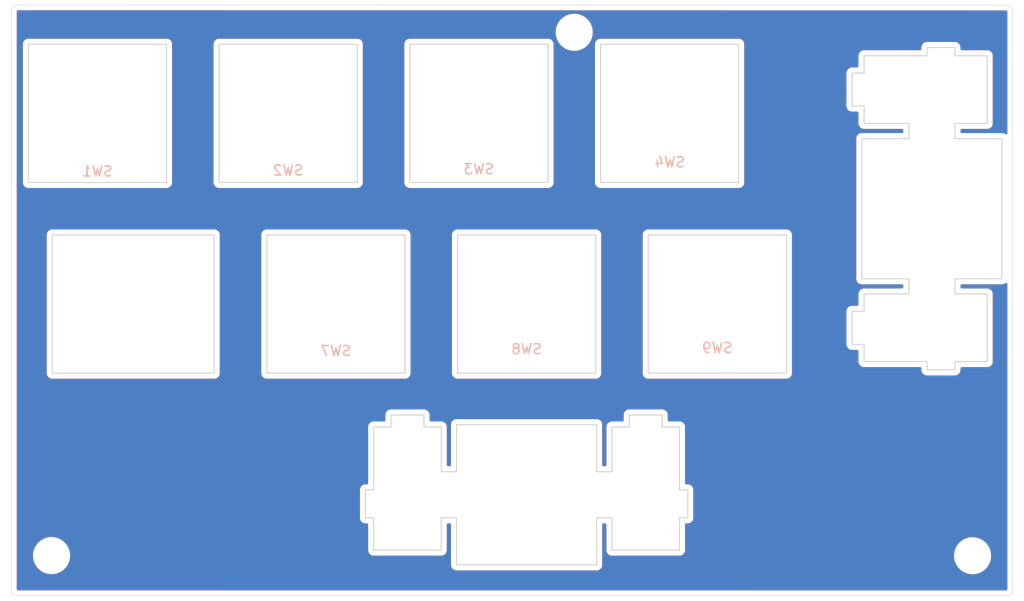
<source format=kicad_pcb>
(kicad_pcb (version 20171130) (host pcbnew "(5.1.6)-1")

  (general
    (thickness 1.6)
    (drawings 8)
    (tracks 0)
    (zones 0)
    (modules 13)
    (nets 1)
  )

  (page A4)
  (layers
    (0 F.Cu signal)
    (31 B.Cu signal)
    (32 B.Adhes user)
    (33 F.Adhes user)
    (34 B.Paste user)
    (35 F.Paste user)
    (36 B.SilkS user)
    (37 F.SilkS user)
    (38 B.Mask user)
    (39 F.Mask user)
    (40 Dwgs.User user)
    (41 Cmts.User user)
    (42 Eco1.User user)
    (43 Eco2.User user)
    (44 Edge.Cuts user)
    (45 Margin user)
    (46 B.CrtYd user)
    (47 F.CrtYd user)
    (48 B.Fab user)
    (49 F.Fab user)
  )

  (setup
    (last_trace_width 0.25)
    (trace_clearance 0.2)
    (zone_clearance 0.508)
    (zone_45_only no)
    (trace_min 0.2)
    (via_size 0.8)
    (via_drill 0.4)
    (via_min_size 0.4)
    (via_min_drill 0.3)
    (uvia_size 0.3)
    (uvia_drill 0.1)
    (uvias_allowed no)
    (uvia_min_size 0.2)
    (uvia_min_drill 0.1)
    (edge_width 0.05)
    (segment_width 0.2)
    (pcb_text_width 0.3)
    (pcb_text_size 1.5 1.5)
    (mod_edge_width 0.12)
    (mod_text_size 1 1)
    (mod_text_width 0.15)
    (pad_size 1.524 1.524)
    (pad_drill 0.762)
    (pad_to_mask_clearance 0.05)
    (aux_axis_origin 0 0)
    (visible_elements 7FFFFFFF)
    (pcbplotparams
      (layerselection 0x010fc_ffffffff)
      (usegerberextensions false)
      (usegerberattributes true)
      (usegerberadvancedattributes true)
      (creategerberjobfile true)
      (excludeedgelayer true)
      (linewidth 0.100000)
      (plotframeref false)
      (viasonmask false)
      (mode 1)
      (useauxorigin false)
      (hpglpennumber 1)
      (hpglpenspeed 20)
      (hpglpendiameter 15.000000)
      (psnegative false)
      (psa4output false)
      (plotreference true)
      (plotvalue true)
      (plotinvisibletext false)
      (padsonsilk false)
      (subtractmaskfromsilk false)
      (outputformat 1)
      (mirror false)
      (drillshape 1)
      (scaleselection 1)
      (outputdirectory ""))
  )

  (net 0 "")

  (net_class Default "This is the default net class."
    (clearance 0.2)
    (trace_width 0.25)
    (via_dia 0.8)
    (via_drill 0.4)
    (uvia_dia 0.3)
    (uvia_drill 0.1)
  )

  (module "Keyboard Library:Cherry_MX_Plate_Hole_Placeholder_1.25" (layer F.Cu) (tedit 5FEFA011) (tstamp 5FF79689)
    (at 115.49325 114.954)
    (descr "MX-style keyswitch with reversible Kailh socket mount")
    (tags MX,cherry,gateron,kailh,pg1511,socket)
    (path /60649724)
    (fp_text reference SW6 (at 0 -8.255) (layer B.SilkS) hide
      (effects (font (size 1 1) (thickness 0.15)) (justify mirror))
    )
    (fp_text value SW_Push (at 0 8.255) (layer F.Fab)
      (effects (font (size 1 1) (thickness 0.15)))
    )
    (fp_text user %V (at -0.635 0.635) (layer B.Fab)
      (effects (font (size 1 1) (thickness 0.15)) (justify mirror))
    )
    (fp_text user %R (at -0.635 -4.445) (layer B.Fab)
      (effects (font (size 1 1) (thickness 0.15)) (justify mirror))
    )
    (fp_line (start 9.28 -6.9) (end -6.9 -6.9) (layer Edge.Cuts) (width 0.1))
    (fp_line (start 9.28 6.9) (end 9.28 -6.9) (layer Edge.Cuts) (width 0.1))
    (fp_line (start 9.28 6.9) (end -6.9 6.9) (layer Edge.Cuts) (width 0.1))
    (fp_line (start -6.9 6.9) (end -6.9 -6.9) (layer Edge.Cuts) (width 0.1))
  )

  (module "Keyboard Library:Cherry_MX_Plate_Hole_Placeholder" (layer F.Cu) (tedit 5FD86C71) (tstamp 5FF795D5)
    (at 151.212 95.904)
    (descr "MX-style keyswitch with reversible Kailh socket mount")
    (tags MX,cherry,gateron,kailh,pg1511,socket)
    (path /6063F020)
    (fp_text reference SW3 (at 0 5.569) (layer B.SilkS)
      (effects (font (size 1 1) (thickness 0.15)) (justify mirror))
    )
    (fp_text value SW_Push (at 0 8.255) (layer F.Fab)
      (effects (font (size 1 1) (thickness 0.15)))
    )
    (fp_text user %R (at -0.635 -4.445) (layer B.Fab)
      (effects (font (size 1 1) (thickness 0.15)) (justify mirror))
    )
    (fp_text user %V (at -0.635 0.635) (layer B.Fab)
      (effects (font (size 1 1) (thickness 0.15)) (justify mirror))
    )
    (fp_line (start -6.9 6.9) (end -6.9 -6.9) (layer Edge.Cuts) (width 0.1))
    (fp_line (start 6.9 6.9) (end -6.9 6.9) (layer Edge.Cuts) (width 0.1))
    (fp_line (start 6.9 6.9) (end 6.9 -6.9) (layer Edge.Cuts) (width 0.1))
    (fp_line (start 6.9 -6.9) (end -6.9 -6.9) (layer Edge.Cuts) (width 0.1))
  )

  (module "Keyboard Library:Cherry_MX_Stabilizer_PCB_2u_placeholder" (layer F.Cu) (tedit 5FEF9A4A) (tstamp 5FF8E89E)
    (at 196.45575 105.429 270)
    (descr "MX-style stabilizer mount")
    (tags MX,cherry,gateron,kailh,pg1511,stabilizer,stab)
    (path /606A2DEC)
    (fp_text reference ST2 (at 0 0 90) (layer F.Fab) hide
      (effects (font (size 1 1) (thickness 0.15)))
    )
    (fp_text value Stabilizer_2u_MX (at 0 10.16 90) (layer F.Fab) hide
      (effects (font (size 1 1) (thickness 0.15)))
    )
    (fp_line (start -7 -7) (end 7 -7) (layer Edge.Cuts) (width 0.1))
    (fp_line (start 7 -7) (end 7 -2.3) (layer Edge.Cuts) (width 0.1))
    (fp_line (start 7 7) (end -7 7) (layer Edge.Cuts) (width 0.1))
    (fp_line (start 7 -2.3) (end 8.525 -2.3) (layer Edge.Cuts) (width 0.1))
    (fp_line (start 8.525 -2.3) (end 8.525 -5.53) (layer Edge.Cuts) (width 0.1))
    (fp_line (start 8.525 -5.53) (end 15.275 -5.53) (layer Edge.Cuts) (width 0.1))
    (fp_line (start 7 7) (end 7 2.3) (layer Edge.Cuts) (width 0.1))
    (fp_line (start 8.525 2.3) (end 7 2.3) (layer Edge.Cuts) (width 0.1))
    (fp_line (start 8.525 2.3) (end 8.525 6.77) (layer Edge.Cuts) (width 0.1))
    (fp_line (start 8.525 6.77) (end 10.25 6.77) (layer Edge.Cuts) (width 0.1))
    (fp_line (start 10.25 6.77) (end 10.25 7.97) (layer Edge.Cuts) (width 0.1))
    (fp_line (start 10.25 7.97) (end 13.55 7.97) (layer Edge.Cuts) (width 0.1))
    (fp_line (start 13.55 7.97) (end 13.55 6.77) (layer Edge.Cuts) (width 0.1))
    (fp_line (start 13.55 6.77) (end 15.275 6.77) (layer Edge.Cuts) (width 0.1))
    (fp_line (start 15.275 -5.53) (end 15.275 -2.3) (layer Edge.Cuts) (width 0.1))
    (fp_line (start 15.275 -2.3) (end 16.1 -2.3) (layer Edge.Cuts) (width 0.1))
    (fp_line (start 16.1 -2.3) (end 16.1 0.485) (layer Edge.Cuts) (width 0.1))
    (fp_line (start 15.275 0.485) (end 16.1 0.485) (layer Edge.Cuts) (width 0.1))
    (fp_line (start 15.275 0.485) (end 15.275 6.77) (layer Edge.Cuts) (width 0.1))
    (fp_line (start -7 -7) (end -7 -2.3) (layer Edge.Cuts) (width 0.1))
    (fp_line (start -8.525 -2.3) (end -8.525 -5.53) (layer Edge.Cuts) (width 0.1))
    (fp_line (start -7 -2.3) (end -8.525 -2.3) (layer Edge.Cuts) (width 0.1))
    (fp_line (start -8.525 2.3) (end -7 2.3) (layer Edge.Cuts) (width 0.1))
    (fp_line (start -8.525 -5.53) (end -15.275 -5.53) (layer Edge.Cuts) (width 0.1))
    (fp_line (start -7 7) (end -7 2.3) (layer Edge.Cuts) (width 0.1))
    (fp_line (start -10.25 6.77) (end -10.25 7.97) (layer Edge.Cuts) (width 0.1))
    (fp_line (start -8.525 2.3) (end -8.525 6.77) (layer Edge.Cuts) (width 0.1))
    (fp_line (start -8.525 6.77) (end -10.25 6.77) (layer Edge.Cuts) (width 0.1))
    (fp_line (start -13.55 7.97) (end -13.55 6.77) (layer Edge.Cuts) (width 0.1))
    (fp_line (start -15.275 -5.53) (end -15.275 -2.3) (layer Edge.Cuts) (width 0.1))
    (fp_line (start -13.55 6.77) (end -15.275 6.77) (layer Edge.Cuts) (width 0.1))
    (fp_line (start -10.25 7.97) (end -13.55 7.97) (layer Edge.Cuts) (width 0.1))
    (fp_line (start -15.275 0.485) (end -16.1 0.485) (layer Edge.Cuts) (width 0.1))
    (fp_line (start -15.275 0.485) (end -15.275 6.77) (layer Edge.Cuts) (width 0.1))
    (fp_line (start -15.275 -2.3) (end -16.1 -2.3) (layer Edge.Cuts) (width 0.1))
    (fp_line (start -16.1 -2.3) (end -16.1 0.485) (layer Edge.Cuts) (width 0.1))
  )

  (module "Keyboard Library:Cherry_MX_Stabilizer_PCB_2u_placeholder" (layer F.Cu) (tedit 5FEF9A4A) (tstamp 5FF8D3E8)
    (at 155.9745 134.004 180)
    (descr "MX-style stabilizer mount")
    (tags MX,cherry,gateron,kailh,pg1511,stabilizer,stab)
    (path /6069E755)
    (fp_text reference ST1 (at 0 0) (layer F.Fab) hide
      (effects (font (size 1 1) (thickness 0.15)))
    )
    (fp_text value Stabilizer_2u_MX (at 0 10.16) (layer F.Fab) hide
      (effects (font (size 1 1) (thickness 0.15)))
    )
    (fp_line (start -7 -7) (end 7 -7) (layer Edge.Cuts) (width 0.1))
    (fp_line (start 7 -7) (end 7 -2.3) (layer Edge.Cuts) (width 0.1))
    (fp_line (start 7 7) (end -7 7) (layer Edge.Cuts) (width 0.1))
    (fp_line (start 7 -2.3) (end 8.525 -2.3) (layer Edge.Cuts) (width 0.1))
    (fp_line (start 8.525 -2.3) (end 8.525 -5.53) (layer Edge.Cuts) (width 0.1))
    (fp_line (start 8.525 -5.53) (end 15.275 -5.53) (layer Edge.Cuts) (width 0.1))
    (fp_line (start 7 7) (end 7 2.3) (layer Edge.Cuts) (width 0.1))
    (fp_line (start 8.525 2.3) (end 7 2.3) (layer Edge.Cuts) (width 0.1))
    (fp_line (start 8.525 2.3) (end 8.525 6.77) (layer Edge.Cuts) (width 0.1))
    (fp_line (start 8.525 6.77) (end 10.25 6.77) (layer Edge.Cuts) (width 0.1))
    (fp_line (start 10.25 6.77) (end 10.25 7.97) (layer Edge.Cuts) (width 0.1))
    (fp_line (start 10.25 7.97) (end 13.55 7.97) (layer Edge.Cuts) (width 0.1))
    (fp_line (start 13.55 7.97) (end 13.55 6.77) (layer Edge.Cuts) (width 0.1))
    (fp_line (start 13.55 6.77) (end 15.275 6.77) (layer Edge.Cuts) (width 0.1))
    (fp_line (start 15.275 -5.53) (end 15.275 -2.3) (layer Edge.Cuts) (width 0.1))
    (fp_line (start 15.275 -2.3) (end 16.1 -2.3) (layer Edge.Cuts) (width 0.1))
    (fp_line (start 16.1 -2.3) (end 16.1 0.485) (layer Edge.Cuts) (width 0.1))
    (fp_line (start 15.275 0.485) (end 16.1 0.485) (layer Edge.Cuts) (width 0.1))
    (fp_line (start 15.275 0.485) (end 15.275 6.77) (layer Edge.Cuts) (width 0.1))
    (fp_line (start -7 -7) (end -7 -2.3) (layer Edge.Cuts) (width 0.1))
    (fp_line (start -8.525 -2.3) (end -8.525 -5.53) (layer Edge.Cuts) (width 0.1))
    (fp_line (start -7 -2.3) (end -8.525 -2.3) (layer Edge.Cuts) (width 0.1))
    (fp_line (start -8.525 2.3) (end -7 2.3) (layer Edge.Cuts) (width 0.1))
    (fp_line (start -8.525 -5.53) (end -15.275 -5.53) (layer Edge.Cuts) (width 0.1))
    (fp_line (start -7 7) (end -7 2.3) (layer Edge.Cuts) (width 0.1))
    (fp_line (start -10.25 6.77) (end -10.25 7.97) (layer Edge.Cuts) (width 0.1))
    (fp_line (start -8.525 2.3) (end -8.525 6.77) (layer Edge.Cuts) (width 0.1))
    (fp_line (start -8.525 6.77) (end -10.25 6.77) (layer Edge.Cuts) (width 0.1))
    (fp_line (start -13.55 7.97) (end -13.55 6.77) (layer Edge.Cuts) (width 0.1))
    (fp_line (start -15.275 -5.53) (end -15.275 -2.3) (layer Edge.Cuts) (width 0.1))
    (fp_line (start -13.55 6.77) (end -15.275 6.77) (layer Edge.Cuts) (width 0.1))
    (fp_line (start -10.25 7.97) (end -13.55 7.97) (layer Edge.Cuts) (width 0.1))
    (fp_line (start -15.275 0.485) (end -16.1 0.485) (layer Edge.Cuts) (width 0.1))
    (fp_line (start -15.275 0.485) (end -15.275 6.77) (layer Edge.Cuts) (width 0.1))
    (fp_line (start -15.275 -2.3) (end -16.1 -2.3) (layer Edge.Cuts) (width 0.1))
    (fp_line (start -16.1 -2.3) (end -16.1 0.485) (layer Edge.Cuts) (width 0.1))
  )

  (module "Keyboard Library:Cherry_MX_Plate_Hole_Placeholder" (layer F.Cu) (tedit 5FD86C71) (tstamp 5FF7955D)
    (at 113.112 95.904)
    (descr "MX-style keyswitch with reversible Kailh socket mount")
    (tags MX,cherry,gateron,kailh,pg1511,socket)
    (path /6063ABAF)
    (fp_text reference SW1 (at -0.0058 5.7976) (layer B.SilkS)
      (effects (font (size 1 1) (thickness 0.15)) (justify mirror))
    )
    (fp_text value SW_Push (at 0 8.255) (layer F.Fab)
      (effects (font (size 1 1) (thickness 0.15)))
    )
    (fp_text user %R (at -0.635 -4.445) (layer B.Fab)
      (effects (font (size 1 1) (thickness 0.15)) (justify mirror))
    )
    (fp_text user %V (at -0.635 0.635) (layer B.Fab)
      (effects (font (size 1 1) (thickness 0.15)) (justify mirror))
    )
    (fp_line (start -6.9 6.9) (end -6.9 -6.9) (layer Edge.Cuts) (width 0.1))
    (fp_line (start 6.9 6.9) (end -6.9 6.9) (layer Edge.Cuts) (width 0.1))
    (fp_line (start 6.9 6.9) (end 6.9 -6.9) (layer Edge.Cuts) (width 0.1))
    (fp_line (start 6.9 -6.9) (end -6.9 -6.9) (layer Edge.Cuts) (width 0.1))
  )

  (module "Keyboard Library:Cherry_MX_Plate_Hole_Placeholder" (layer F.Cu) (tedit 5FD86C71) (tstamp 5FF79599)
    (at 132.162 95.904)
    (descr "MX-style keyswitch with reversible Kailh socket mount")
    (tags MX,cherry,gateron,kailh,pg1511,socket)
    (path /6063DDB8)
    (fp_text reference SW2 (at -0.0058 5.696) (layer B.SilkS)
      (effects (font (size 1 1) (thickness 0.15)) (justify mirror))
    )
    (fp_text value SW_Push (at 0 8.255) (layer F.Fab)
      (effects (font (size 1 1) (thickness 0.15)))
    )
    (fp_text user %R (at -0.635 -4.445) (layer B.Fab)
      (effects (font (size 1 1) (thickness 0.15)) (justify mirror))
    )
    (fp_text user %V (at -0.635 0.635) (layer B.Fab)
      (effects (font (size 1 1) (thickness 0.15)) (justify mirror))
    )
    (fp_line (start -6.9 6.9) (end -6.9 -6.9) (layer Edge.Cuts) (width 0.1))
    (fp_line (start 6.9 6.9) (end -6.9 6.9) (layer Edge.Cuts) (width 0.1))
    (fp_line (start 6.9 6.9) (end 6.9 -6.9) (layer Edge.Cuts) (width 0.1))
    (fp_line (start 6.9 -6.9) (end -6.9 -6.9) (layer Edge.Cuts) (width 0.1))
  )

  (module "Keyboard Library:Cherry_MX_Plate_Hole_Placeholder" (layer F.Cu) (tedit 5FD86C71) (tstamp 5FF79611)
    (at 170.262 95.904)
    (descr "MX-style keyswitch with reversible Kailh socket mount")
    (tags MX,cherry,gateron,kailh,pg1511,socket)
    (path /6063FB2C)
    (fp_text reference SW4 (at 0.0196 4.8832) (layer B.SilkS)
      (effects (font (size 1 1) (thickness 0.15)) (justify mirror))
    )
    (fp_text value SW_Push (at 0 8.255) (layer F.Fab)
      (effects (font (size 1 1) (thickness 0.15)))
    )
    (fp_text user %R (at -0.635 -4.445) (layer B.Fab)
      (effects (font (size 1 1) (thickness 0.15)) (justify mirror))
    )
    (fp_text user %V (at -0.635 0.635) (layer B.Fab)
      (effects (font (size 1 1) (thickness 0.15)) (justify mirror))
    )
    (fp_line (start -6.9 6.9) (end -6.9 -6.9) (layer Edge.Cuts) (width 0.1))
    (fp_line (start 6.9 6.9) (end -6.9 6.9) (layer Edge.Cuts) (width 0.1))
    (fp_line (start 6.9 6.9) (end 6.9 -6.9) (layer Edge.Cuts) (width 0.1))
    (fp_line (start 6.9 -6.9) (end -6.9 -6.9) (layer Edge.Cuts) (width 0.1))
  )

  (module "Keyboard Library:Cherry_MX_Plate_Hole_Placeholder" (layer F.Cu) (tedit 5FD86C71) (tstamp 5FF796C5)
    (at 136.9245 114.954)
    (descr "MX-style keyswitch with reversible Kailh socket mount")
    (tags MX,cherry,gateron,kailh,pg1511,socket)
    (path /60649736)
    (fp_text reference SW7 (at 0.0069 4.68) (layer B.SilkS)
      (effects (font (size 1 1) (thickness 0.15)) (justify mirror))
    )
    (fp_text value SW_Push (at 0 8.255) (layer F.Fab)
      (effects (font (size 1 1) (thickness 0.15)))
    )
    (fp_text user %R (at -0.635 -4.445) (layer B.Fab)
      (effects (font (size 1 1) (thickness 0.15)) (justify mirror))
    )
    (fp_text user %V (at -0.635 0.635) (layer B.Fab)
      (effects (font (size 1 1) (thickness 0.15)) (justify mirror))
    )
    (fp_line (start -6.9 6.9) (end -6.9 -6.9) (layer Edge.Cuts) (width 0.1))
    (fp_line (start 6.9 6.9) (end -6.9 6.9) (layer Edge.Cuts) (width 0.1))
    (fp_line (start 6.9 6.9) (end 6.9 -6.9) (layer Edge.Cuts) (width 0.1))
    (fp_line (start 6.9 -6.9) (end -6.9 -6.9) (layer Edge.Cuts) (width 0.1))
  )

  (module "Keyboard Library:Cherry_MX_Plate_Hole_Placeholder" (layer F.Cu) (tedit 5FD86C71) (tstamp 5FF79701)
    (at 155.9745 114.954)
    (descr "MX-style keyswitch with reversible Kailh socket mount")
    (tags MX,cherry,gateron,kailh,pg1511,socket)
    (path /60649747)
    (fp_text reference SW8 (at 0 4.5022) (layer B.SilkS)
      (effects (font (size 1 1) (thickness 0.15)) (justify mirror))
    )
    (fp_text value SW_Push (at 0 8.255) (layer F.Fab)
      (effects (font (size 1 1) (thickness 0.15)))
    )
    (fp_text user %R (at -0.635 -4.445) (layer B.Fab)
      (effects (font (size 1 1) (thickness 0.15)) (justify mirror))
    )
    (fp_text user %V (at -0.635 0.635) (layer B.Fab)
      (effects (font (size 1 1) (thickness 0.15)) (justify mirror))
    )
    (fp_line (start -6.9 6.9) (end -6.9 -6.9) (layer Edge.Cuts) (width 0.1))
    (fp_line (start 6.9 6.9) (end -6.9 6.9) (layer Edge.Cuts) (width 0.1))
    (fp_line (start 6.9 6.9) (end 6.9 -6.9) (layer Edge.Cuts) (width 0.1))
    (fp_line (start 6.9 -6.9) (end -6.9 -6.9) (layer Edge.Cuts) (width 0.1))
  )

  (module "Keyboard Library:Cherry_MX_Plate_Hole_Placeholder" (layer F.Cu) (tedit 5FD86C71) (tstamp 5FF7973D)
    (at 175.0245 114.954)
    (descr "MX-style keyswitch with reversible Kailh socket mount")
    (tags MX,cherry,gateron,kailh,pg1511,socket)
    (path /60649757)
    (fp_text reference SW9 (at 0.0069 4.3752) (layer B.SilkS)
      (effects (font (size 1 1) (thickness 0.15)) (justify mirror))
    )
    (fp_text value SW_Push (at 0 8.255) (layer F.Fab)
      (effects (font (size 1 1) (thickness 0.15)))
    )
    (fp_text user %R (at -0.635 -4.445) (layer B.Fab)
      (effects (font (size 1 1) (thickness 0.15)) (justify mirror))
    )
    (fp_text user %V (at -0.635 0.635) (layer B.Fab)
      (effects (font (size 1 1) (thickness 0.15)) (justify mirror))
    )
    (fp_line (start -6.9 6.9) (end -6.9 -6.9) (layer Edge.Cuts) (width 0.1))
    (fp_line (start 6.9 6.9) (end -6.9 6.9) (layer Edge.Cuts) (width 0.1))
    (fp_line (start 6.9 6.9) (end 6.9 -6.9) (layer Edge.Cuts) (width 0.1))
    (fp_line (start 6.9 -6.9) (end -6.9 -6.9) (layer Edge.Cuts) (width 0.1))
  )

  (module MountingHole:MountingHole_2.7mm_M2.5 (layer F.Cu) (tedit 56D1B4CB) (tstamp 5FF2620A)
    (at 160.7312 87.8078)
    (descr "Mounting Hole 2.7mm, no annular, M2.5")
    (tags "mounting hole 2.7mm no annular m2.5")
    (path /6027FE85)
    (attr virtual)
    (fp_text reference H3 (at 0 -3.7) (layer F.SilkS) hide
      (effects (font (size 1 1) (thickness 0.15)))
    )
    (fp_text value MountingHole (at 0 3.7) (layer F.Fab)
      (effects (font (size 1 1) (thickness 0.15)))
    )
    (fp_circle (center 0 0) (end 2.95 0) (layer F.CrtYd) (width 0.05))
    (fp_circle (center 0 0) (end 2.7 0) (layer Cmts.User) (width 0.15))
    (fp_text user %R (at 0.3 0) (layer F.Fab)
      (effects (font (size 1 1) (thickness 0.15)))
    )
    (pad 1 np_thru_hole circle (at 0 0) (size 2.7 2.7) (drill 2.7) (layers *.Cu *.Mask))
  )

  (module MountingHole:MountingHole_2.7mm_M2.5 (layer F.Cu) (tedit 56D1B4CB) (tstamp 5FF26202)
    (at 200.5202 140.094)
    (descr "Mounting Hole 2.7mm, no annular, M2.5")
    (tags "mounting hole 2.7mm no annular m2.5")
    (path /6027FB83)
    (attr virtual)
    (fp_text reference H2 (at 0 -3.7) (layer F.SilkS) hide
      (effects (font (size 1 1) (thickness 0.15)))
    )
    (fp_text value MountingHole (at 0 3.7) (layer F.Fab)
      (effects (font (size 1 1) (thickness 0.15)))
    )
    (fp_circle (center 0 0) (end 2.95 0) (layer F.CrtYd) (width 0.05))
    (fp_circle (center 0 0) (end 2.7 0) (layer Cmts.User) (width 0.15))
    (fp_text user %R (at 0.3 0) (layer F.Fab)
      (effects (font (size 1 1) (thickness 0.15)))
    )
    (pad 1 np_thru_hole circle (at 0 0) (size 2.7 2.7) (drill 2.7) (layers *.Cu *.Mask))
  )

  (module MountingHole:MountingHole_2.7mm_M2.5 (layer F.Cu) (tedit 56D1B4CB) (tstamp 5FF261FA)
    (at 108.5226 140.0796)
    (descr "Mounting Hole 2.7mm, no annular, M2.5")
    (tags "mounting hole 2.7mm no annular m2.5")
    (path /6027E2FA)
    (attr virtual)
    (fp_text reference H1 (at 0 -3.7) (layer F.SilkS) hide
      (effects (font (size 1 1) (thickness 0.15)))
    )
    (fp_text value MountingHole (at 0 3.7) (layer F.Fab)
      (effects (font (size 1 1) (thickness 0.15)))
    )
    (fp_circle (center 0 0) (end 2.95 0) (layer F.CrtYd) (width 0.05))
    (fp_circle (center 0 0) (end 2.7 0) (layer Cmts.User) (width 0.15))
    (fp_text user %R (at 0.3 0) (layer F.Fab)
      (effects (font (size 1 1) (thickness 0.15)))
    )
    (pad 1 np_thru_hole circle (at 0 0) (size 2.7 2.7) (drill 2.7) (layers *.Cu *.Mask))
  )

  (gr_arc (start 105.029 143.5735) (end 104.521 143.5735) (angle -90) (layer Edge.Cuts) (width 0.05) (tstamp 5FEE788B))
  (gr_arc (start 105.029 85.5845) (end 105.029 85.0765) (angle -90) (layer Edge.Cuts) (width 0.05) (tstamp 5FEE8878))
  (gr_arc (start 204.0165 85.598) (end 204.5245 85.598) (angle -90) (layer Edge.Cuts) (width 0.05) (tstamp 5FEE78C3))
  (gr_arc (start 204.0165 143.586) (end 204.0165 144.094) (angle -90) (layer Edge.Cuts) (width 0.05))
  (gr_line (start 105.029 85.0765) (end 204.0165 85.09) (layer Edge.Cuts) (width 0.05))
  (gr_line (start 104.521 143.5735) (end 104.521 85.5845) (layer Edge.Cuts) (width 0.05) (tstamp 5FEE888F))
  (gr_line (start 204.0165 144.094) (end 105.029 144.0815) (layer Edge.Cuts) (width 0.05))
  (gr_line (start 204.5245 85.598) (end 204.5245 143.586) (layer Edge.Cuts) (width 0.05))

  (zone (net 0) (net_name "") (layer B.Cu) (tstamp 0) (hatch edge 0.508)
    (connect_pads (clearance 0.508))
    (min_thickness 0.254)
    (fill yes (arc_segments 32) (thermal_gap 0.508) (thermal_bridge_width 0.508))
    (polygon
      (pts
        (xy 204.978 144.526) (xy 104.14 144.526) (xy 104.14 84.582) (xy 204.724 84.836)
      )
    )
    (filled_polygon
      (pts
        (xy 203.8645 85.749979) (xy 203.8645 97.878308) (xy 203.838157 97.856688) (xy 203.719156 97.793081) (xy 203.590033 97.753912)
        (xy 203.489397 97.744) (xy 203.45575 97.740686) (xy 203.422103 97.744) (xy 199.44075 97.744) (xy 199.44075 97.589)
        (xy 201.952103 97.589) (xy 201.98575 97.592314) (xy 202.019397 97.589) (xy 202.120033 97.579088) (xy 202.249156 97.539919)
        (xy 202.368157 97.476312) (xy 202.472461 97.390711) (xy 202.558062 97.286407) (xy 202.621669 97.167406) (xy 202.660838 97.038283)
        (xy 202.674064 96.904) (xy 202.67075 96.870353) (xy 202.67075 90.187646) (xy 202.674064 90.154) (xy 202.660838 90.019717)
        (xy 202.621669 89.890594) (xy 202.558062 89.771593) (xy 202.472461 89.667289) (xy 202.368157 89.581688) (xy 202.249156 89.518081)
        (xy 202.120033 89.478912) (xy 202.019397 89.469) (xy 201.98575 89.465686) (xy 201.952103 89.469) (xy 199.44075 89.469)
        (xy 199.44075 89.362647) (xy 199.444064 89.329) (xy 199.430838 89.194717) (xy 199.391669 89.065594) (xy 199.328062 88.946593)
        (xy 199.242461 88.842289) (xy 199.138157 88.756688) (xy 199.019156 88.693081) (xy 198.890033 88.653912) (xy 198.789397 88.644)
        (xy 198.75575 88.640686) (xy 198.722103 88.644) (xy 196.004397 88.644) (xy 195.97075 88.640686) (xy 195.937103 88.644)
        (xy 195.836467 88.653912) (xy 195.707344 88.693081) (xy 195.588343 88.756688) (xy 195.484039 88.842289) (xy 195.398438 88.946593)
        (xy 195.334831 89.065594) (xy 195.295662 89.194717) (xy 195.282436 89.329) (xy 195.28575 89.362647) (xy 195.28575 89.469)
        (xy 189.719397 89.469) (xy 189.68575 89.465686) (xy 189.652103 89.469) (xy 189.551467 89.478912) (xy 189.422344 89.518081)
        (xy 189.303343 89.581688) (xy 189.199039 89.667289) (xy 189.113438 89.771593) (xy 189.049831 89.890594) (xy 189.010662 90.019717)
        (xy 188.997436 90.154) (xy 189.000751 90.187657) (xy 189.00075 91.194) (xy 188.519397 91.194) (xy 188.48575 91.190686)
        (xy 188.452103 91.194) (xy 188.351467 91.203912) (xy 188.222344 91.243081) (xy 188.103343 91.306688) (xy 187.999039 91.392289)
        (xy 187.913438 91.496593) (xy 187.849831 91.615594) (xy 187.810662 91.744717) (xy 187.797436 91.879) (xy 187.800751 91.912657)
        (xy 187.80075 95.145353) (xy 187.797436 95.179) (xy 187.810662 95.313283) (xy 187.849831 95.442406) (xy 187.913438 95.561407)
        (xy 187.999039 95.665711) (xy 188.103343 95.751312) (xy 188.222344 95.814919) (xy 188.351467 95.854088) (xy 188.48575 95.867314)
        (xy 188.519397 95.864) (xy 189.000751 95.864) (xy 189.00075 96.870353) (xy 188.997436 96.904) (xy 189.010662 97.038283)
        (xy 189.049831 97.167406) (xy 189.113438 97.286407) (xy 189.199039 97.390711) (xy 189.303343 97.476312) (xy 189.422344 97.539919)
        (xy 189.551467 97.579088) (xy 189.68575 97.592314) (xy 189.719397 97.589) (xy 193.47075 97.589) (xy 193.470751 97.744)
        (xy 189.489397 97.744) (xy 189.45575 97.740686) (xy 189.422103 97.744) (xy 189.321467 97.753912) (xy 189.192344 97.793081)
        (xy 189.073343 97.856688) (xy 188.969039 97.942289) (xy 188.883438 98.046593) (xy 188.819831 98.165594) (xy 188.780662 98.294717)
        (xy 188.767436 98.429) (xy 188.770751 98.462657) (xy 188.77075 112.395353) (xy 188.767436 112.429) (xy 188.780662 112.563283)
        (xy 188.819831 112.692406) (xy 188.883438 112.811407) (xy 188.969039 112.915711) (xy 189.073343 113.001312) (xy 189.192344 113.064919)
        (xy 189.321467 113.104088) (xy 189.45575 113.117314) (xy 189.489397 113.114) (xy 193.470751 113.114) (xy 193.47075 113.269)
        (xy 189.719397 113.269) (xy 189.68575 113.265686) (xy 189.652103 113.269) (xy 189.551467 113.278912) (xy 189.422344 113.318081)
        (xy 189.303343 113.381688) (xy 189.199039 113.467289) (xy 189.113438 113.571593) (xy 189.049831 113.690594) (xy 189.010662 113.819717)
        (xy 188.997436 113.954) (xy 189.00075 113.987646) (xy 189.000751 114.994) (xy 188.519397 114.994) (xy 188.48575 114.990686)
        (xy 188.452103 114.994) (xy 188.351467 115.003912) (xy 188.222344 115.043081) (xy 188.103343 115.106688) (xy 187.999039 115.192289)
        (xy 187.913438 115.296593) (xy 187.849831 115.415594) (xy 187.810662 115.544717) (xy 187.797436 115.679) (xy 187.80075 115.712647)
        (xy 187.800751 118.945343) (xy 187.797436 118.979) (xy 187.810662 119.113283) (xy 187.849831 119.242406) (xy 187.913438 119.361407)
        (xy 187.999039 119.465711) (xy 188.103343 119.551312) (xy 188.222344 119.614919) (xy 188.351467 119.654088) (xy 188.452103 119.664)
        (xy 188.48575 119.667314) (xy 188.519397 119.664) (xy 189.00075 119.664) (xy 189.000751 120.670343) (xy 188.997436 120.704)
        (xy 189.010662 120.838283) (xy 189.049831 120.967406) (xy 189.113438 121.086407) (xy 189.199039 121.190711) (xy 189.303343 121.276312)
        (xy 189.422344 121.339919) (xy 189.551467 121.379088) (xy 189.652103 121.389) (xy 189.68575 121.392314) (xy 189.719397 121.389)
        (xy 195.28575 121.389) (xy 195.28575 121.495353) (xy 195.282436 121.529) (xy 195.295662 121.663283) (xy 195.334831 121.792406)
        (xy 195.398438 121.911407) (xy 195.484039 122.015711) (xy 195.588343 122.101312) (xy 195.707344 122.164919) (xy 195.836467 122.204088)
        (xy 195.937103 122.214) (xy 195.97075 122.217314) (xy 196.004397 122.214) (xy 198.722103 122.214) (xy 198.75575 122.217314)
        (xy 198.890033 122.204088) (xy 199.019156 122.164919) (xy 199.138157 122.101312) (xy 199.242461 122.015711) (xy 199.328062 121.911407)
        (xy 199.391669 121.792406) (xy 199.430838 121.663283) (xy 199.44075 121.562647) (xy 199.444064 121.529) (xy 199.44075 121.495353)
        (xy 199.44075 121.389) (xy 201.952103 121.389) (xy 201.98575 121.392314) (xy 202.120033 121.379088) (xy 202.249156 121.339919)
        (xy 202.368157 121.276312) (xy 202.472461 121.190711) (xy 202.558062 121.086407) (xy 202.621669 120.967406) (xy 202.660838 120.838283)
        (xy 202.67075 120.737647) (xy 202.674064 120.704) (xy 202.67075 120.670353) (xy 202.67075 113.987646) (xy 202.674064 113.954)
        (xy 202.660838 113.819717) (xy 202.621669 113.690594) (xy 202.558062 113.571593) (xy 202.472461 113.467289) (xy 202.368157 113.381688)
        (xy 202.249156 113.318081) (xy 202.120033 113.278912) (xy 202.019397 113.269) (xy 201.98575 113.265686) (xy 201.952103 113.269)
        (xy 199.44075 113.269) (xy 199.44075 113.114) (xy 203.422103 113.114) (xy 203.45575 113.117314) (xy 203.590033 113.104088)
        (xy 203.719156 113.064919) (xy 203.838157 113.001312) (xy 203.8645 112.979692) (xy 203.864501 143.433982) (xy 105.181 143.421519)
        (xy 105.181 139.884095) (xy 106.5376 139.884095) (xy 106.5376 140.275105) (xy 106.613882 140.658603) (xy 106.763515 141.01985)
        (xy 106.980749 141.344964) (xy 107.257236 141.621451) (xy 107.58235 141.838685) (xy 107.943597 141.988318) (xy 108.327095 142.0646)
        (xy 108.718105 142.0646) (xy 109.101603 141.988318) (xy 109.46285 141.838685) (xy 109.787964 141.621451) (xy 110.064451 141.344964)
        (xy 110.281685 141.01985) (xy 110.431318 140.658603) (xy 110.5076 140.275105) (xy 110.5076 139.884095) (xy 110.431318 139.500597)
        (xy 110.281685 139.13935) (xy 110.064451 138.814236) (xy 109.787964 138.537749) (xy 109.46285 138.320515) (xy 109.101603 138.170882)
        (xy 108.718105 138.0946) (xy 108.327095 138.0946) (xy 107.943597 138.170882) (xy 107.58235 138.320515) (xy 107.257236 138.537749)
        (xy 106.980749 138.814236) (xy 106.763515 139.13935) (xy 106.613882 139.500597) (xy 106.5376 139.884095) (xy 105.181 139.884095)
        (xy 105.181 133.519) (xy 139.186186 133.519) (xy 139.189501 133.552657) (xy 139.1895 136.270353) (xy 139.186186 136.304)
        (xy 139.199412 136.438283) (xy 139.238581 136.567406) (xy 139.302188 136.686407) (xy 139.387789 136.790711) (xy 139.492093 136.876312)
        (xy 139.611094 136.939919) (xy 139.740217 136.979088) (xy 139.8745 136.992314) (xy 139.908147 136.989) (xy 140.014501 136.989)
        (xy 140.0145 139.500353) (xy 140.011186 139.534) (xy 140.024412 139.668283) (xy 140.063581 139.797406) (xy 140.127188 139.916407)
        (xy 140.212789 140.020711) (xy 140.317093 140.106312) (xy 140.436094 140.169919) (xy 140.565217 140.209088) (xy 140.6995 140.222314)
        (xy 140.733147 140.219) (xy 147.415853 140.219) (xy 147.4495 140.222314) (xy 147.583783 140.209088) (xy 147.712906 140.169919)
        (xy 147.831907 140.106312) (xy 147.936211 140.020711) (xy 148.021812 139.916407) (xy 148.085419 139.797406) (xy 148.124588 139.668283)
        (xy 148.1345 139.567647) (xy 148.1345 139.567646) (xy 148.137814 139.534) (xy 148.1345 139.500353) (xy 148.1345 136.989)
        (xy 148.289501 136.989) (xy 148.2895 140.970353) (xy 148.286186 141.004) (xy 148.299412 141.138283) (xy 148.338581 141.267406)
        (xy 148.402188 141.386407) (xy 148.487789 141.490711) (xy 148.592093 141.576312) (xy 148.711094 141.639919) (xy 148.840217 141.679088)
        (xy 148.9745 141.692314) (xy 149.008147 141.689) (xy 162.940853 141.689) (xy 162.9745 141.692314) (xy 163.008147 141.689)
        (xy 163.108783 141.679088) (xy 163.237906 141.639919) (xy 163.356907 141.576312) (xy 163.461211 141.490711) (xy 163.546812 141.386407)
        (xy 163.610419 141.267406) (xy 163.649588 141.138283) (xy 163.662814 141.004) (xy 163.6595 140.970353) (xy 163.6595 136.989)
        (xy 163.8145 136.989) (xy 163.814501 139.500343) (xy 163.811186 139.534) (xy 163.824412 139.668283) (xy 163.863581 139.797406)
        (xy 163.927188 139.916407) (xy 164.012789 140.020711) (xy 164.117093 140.106312) (xy 164.236094 140.169919) (xy 164.365217 140.209088)
        (xy 164.465853 140.219) (xy 164.4995 140.222314) (xy 164.533147 140.219) (xy 171.215853 140.219) (xy 171.2495 140.222314)
        (xy 171.283147 140.219) (xy 171.383783 140.209088) (xy 171.512906 140.169919) (xy 171.631907 140.106312) (xy 171.736211 140.020711)
        (xy 171.821812 139.916407) (xy 171.831386 139.898495) (xy 198.5352 139.898495) (xy 198.5352 140.289505) (xy 198.611482 140.673003)
        (xy 198.761115 141.03425) (xy 198.978349 141.359364) (xy 199.254836 141.635851) (xy 199.57995 141.853085) (xy 199.941197 142.002718)
        (xy 200.324695 142.079) (xy 200.715705 142.079) (xy 201.099203 142.002718) (xy 201.46045 141.853085) (xy 201.785564 141.635851)
        (xy 202.062051 141.359364) (xy 202.279285 141.03425) (xy 202.428918 140.673003) (xy 202.5052 140.289505) (xy 202.5052 139.898495)
        (xy 202.428918 139.514997) (xy 202.279285 139.15375) (xy 202.062051 138.828636) (xy 201.785564 138.552149) (xy 201.46045 138.334915)
        (xy 201.099203 138.185282) (xy 200.715705 138.109) (xy 200.324695 138.109) (xy 199.941197 138.185282) (xy 199.57995 138.334915)
        (xy 199.254836 138.552149) (xy 198.978349 138.828636) (xy 198.761115 139.15375) (xy 198.611482 139.514997) (xy 198.5352 139.898495)
        (xy 171.831386 139.898495) (xy 171.885419 139.797406) (xy 171.924588 139.668283) (xy 171.937814 139.534) (xy 171.9345 139.500353)
        (xy 171.9345 136.989) (xy 172.040853 136.989) (xy 172.0745 136.992314) (xy 172.108147 136.989) (xy 172.208783 136.979088)
        (xy 172.337906 136.939919) (xy 172.456907 136.876312) (xy 172.561211 136.790711) (xy 172.646812 136.686407) (xy 172.710419 136.567406)
        (xy 172.749588 136.438283) (xy 172.762814 136.304) (xy 172.7595 136.270353) (xy 172.7595 133.552646) (xy 172.762814 133.519)
        (xy 172.749588 133.384717) (xy 172.710419 133.255594) (xy 172.646812 133.136593) (xy 172.561211 133.032289) (xy 172.456907 132.946688)
        (xy 172.337906 132.883081) (xy 172.208783 132.843912) (xy 172.108147 132.834) (xy 172.0745 132.830686) (xy 172.040853 132.834)
        (xy 171.9345 132.834) (xy 171.9345 127.267646) (xy 171.937814 127.234) (xy 171.928387 127.138283) (xy 171.924588 127.099717)
        (xy 171.885419 126.970594) (xy 171.821812 126.851593) (xy 171.736211 126.747289) (xy 171.631907 126.661688) (xy 171.512906 126.598081)
        (xy 171.383783 126.558912) (xy 171.2495 126.545686) (xy 171.215853 126.549) (xy 170.2095 126.549) (xy 170.2095 126.067647)
        (xy 170.212814 126.034) (xy 170.199588 125.899717) (xy 170.160419 125.770594) (xy 170.096812 125.651593) (xy 170.011211 125.547289)
        (xy 169.906907 125.461688) (xy 169.787906 125.398081) (xy 169.658783 125.358912) (xy 169.558147 125.349) (xy 169.5245 125.345686)
        (xy 169.490853 125.349) (xy 166.258147 125.349) (xy 166.2245 125.345686) (xy 166.190853 125.349) (xy 166.090217 125.358912)
        (xy 165.961094 125.398081) (xy 165.842093 125.461688) (xy 165.737789 125.547289) (xy 165.652188 125.651593) (xy 165.588581 125.770594)
        (xy 165.549412 125.899717) (xy 165.536186 126.034) (xy 165.539501 126.067657) (xy 165.539501 126.549) (xy 164.533147 126.549)
        (xy 164.4995 126.545686) (xy 164.465853 126.549) (xy 164.365217 126.558912) (xy 164.236094 126.598081) (xy 164.117093 126.661688)
        (xy 164.012789 126.747289) (xy 163.927188 126.851593) (xy 163.863581 126.970594) (xy 163.824412 127.099717) (xy 163.811186 127.234)
        (xy 163.814501 127.267657) (xy 163.8145 131.019) (xy 163.6595 131.019) (xy 163.6595 127.037647) (xy 163.662814 127.004)
        (xy 163.649588 126.869717) (xy 163.610419 126.740594) (xy 163.546812 126.621593) (xy 163.461211 126.517289) (xy 163.356907 126.431688)
        (xy 163.237906 126.368081) (xy 163.108783 126.328912) (xy 163.008147 126.319) (xy 162.9745 126.315686) (xy 162.940853 126.319)
        (xy 149.008147 126.319) (xy 148.9745 126.315686) (xy 148.940853 126.319) (xy 148.840217 126.328912) (xy 148.711094 126.368081)
        (xy 148.592093 126.431688) (xy 148.487789 126.517289) (xy 148.402188 126.621593) (xy 148.338581 126.740594) (xy 148.299412 126.869717)
        (xy 148.286186 127.004) (xy 148.2895 127.037647) (xy 148.289501 131.019) (xy 148.1345 131.019) (xy 148.1345 127.267646)
        (xy 148.137814 127.234) (xy 148.128387 127.138283) (xy 148.124588 127.099717) (xy 148.085419 126.970594) (xy 148.021812 126.851593)
        (xy 147.936211 126.747289) (xy 147.831907 126.661688) (xy 147.712906 126.598081) (xy 147.583783 126.558912) (xy 147.4495 126.545686)
        (xy 147.415853 126.549) (xy 146.4095 126.549) (xy 146.4095 126.067647) (xy 146.412814 126.034) (xy 146.399588 125.899717)
        (xy 146.360419 125.770594) (xy 146.296812 125.651593) (xy 146.211211 125.547289) (xy 146.106907 125.461688) (xy 145.987906 125.398081)
        (xy 145.858783 125.358912) (xy 145.758147 125.349) (xy 145.7245 125.345686) (xy 145.690853 125.349) (xy 142.458147 125.349)
        (xy 142.4245 125.345686) (xy 142.390853 125.349) (xy 142.290217 125.358912) (xy 142.161094 125.398081) (xy 142.042093 125.461688)
        (xy 141.937789 125.547289) (xy 141.852188 125.651593) (xy 141.788581 125.770594) (xy 141.749412 125.899717) (xy 141.736186 126.034)
        (xy 141.7395 126.067647) (xy 141.7395 126.549) (xy 140.733147 126.549) (xy 140.6995 126.545686) (xy 140.665853 126.549)
        (xy 140.565217 126.558912) (xy 140.436094 126.598081) (xy 140.317093 126.661688) (xy 140.212789 126.747289) (xy 140.127188 126.851593)
        (xy 140.063581 126.970594) (xy 140.024412 127.099717) (xy 140.011186 127.234) (xy 140.014501 127.267657) (xy 140.0145 132.834)
        (xy 139.908147 132.834) (xy 139.8745 132.830686) (xy 139.840853 132.834) (xy 139.740217 132.843912) (xy 139.611094 132.883081)
        (xy 139.492093 132.946688) (xy 139.387789 133.032289) (xy 139.302188 133.136593) (xy 139.238581 133.255594) (xy 139.199412 133.384717)
        (xy 139.186186 133.519) (xy 105.181 133.519) (xy 105.181 108.054) (xy 107.904936 108.054) (xy 107.908251 108.087657)
        (xy 107.90825 121.820353) (xy 107.904936 121.854) (xy 107.918162 121.988283) (xy 107.957331 122.117406) (xy 108.020938 122.236407)
        (xy 108.106539 122.340711) (xy 108.210843 122.426312) (xy 108.329844 122.489919) (xy 108.458967 122.529088) (xy 108.59325 122.542314)
        (xy 108.626897 122.539) (xy 124.739603 122.539) (xy 124.77325 122.542314) (xy 124.806897 122.539) (xy 124.907533 122.529088)
        (xy 125.036656 122.489919) (xy 125.155657 122.426312) (xy 125.259961 122.340711) (xy 125.345562 122.236407) (xy 125.409169 122.117406)
        (xy 125.448338 121.988283) (xy 125.461564 121.854) (xy 125.45825 121.820353) (xy 125.45825 108.087647) (xy 125.461564 108.054)
        (xy 129.336186 108.054) (xy 129.339501 108.087657) (xy 129.3395 121.820353) (xy 129.336186 121.854) (xy 129.349412 121.988283)
        (xy 129.388581 122.117406) (xy 129.452188 122.236407) (xy 129.537789 122.340711) (xy 129.642093 122.426312) (xy 129.761094 122.489919)
        (xy 129.890217 122.529088) (xy 130.0245 122.542314) (xy 130.058147 122.539) (xy 143.790853 122.539) (xy 143.8245 122.542314)
        (xy 143.858147 122.539) (xy 143.958783 122.529088) (xy 144.087906 122.489919) (xy 144.206907 122.426312) (xy 144.311211 122.340711)
        (xy 144.396812 122.236407) (xy 144.460419 122.117406) (xy 144.499588 121.988283) (xy 144.512814 121.854) (xy 144.5095 121.820353)
        (xy 144.5095 108.087647) (xy 144.512814 108.054) (xy 148.386186 108.054) (xy 148.389501 108.087657) (xy 148.3895 121.820353)
        (xy 148.386186 121.854) (xy 148.399412 121.988283) (xy 148.438581 122.117406) (xy 148.502188 122.236407) (xy 148.587789 122.340711)
        (xy 148.692093 122.426312) (xy 148.811094 122.489919) (xy 148.940217 122.529088) (xy 149.0745 122.542314) (xy 149.108147 122.539)
        (xy 162.840853 122.539) (xy 162.8745 122.542314) (xy 162.908147 122.539) (xy 163.008783 122.529088) (xy 163.137906 122.489919)
        (xy 163.256907 122.426312) (xy 163.361211 122.340711) (xy 163.446812 122.236407) (xy 163.510419 122.117406) (xy 163.549588 121.988283)
        (xy 163.562814 121.854) (xy 163.5595 121.820353) (xy 163.5595 108.087647) (xy 163.562814 108.054) (xy 167.436186 108.054)
        (xy 167.439501 108.087657) (xy 167.4395 121.820353) (xy 167.436186 121.854) (xy 167.449412 121.988283) (xy 167.488581 122.117406)
        (xy 167.552188 122.236407) (xy 167.637789 122.340711) (xy 167.742093 122.426312) (xy 167.861094 122.489919) (xy 167.990217 122.529088)
        (xy 168.1245 122.542314) (xy 168.158147 122.539) (xy 181.890853 122.539) (xy 181.9245 122.542314) (xy 181.958147 122.539)
        (xy 182.058783 122.529088) (xy 182.187906 122.489919) (xy 182.306907 122.426312) (xy 182.411211 122.340711) (xy 182.496812 122.236407)
        (xy 182.560419 122.117406) (xy 182.599588 121.988283) (xy 182.612814 121.854) (xy 182.6095 121.820353) (xy 182.6095 108.087647)
        (xy 182.612814 108.054) (xy 182.599588 107.919717) (xy 182.560419 107.790594) (xy 182.496812 107.671593) (xy 182.411211 107.567289)
        (xy 182.306907 107.481688) (xy 182.187906 107.418081) (xy 182.058783 107.378912) (xy 181.958147 107.369) (xy 181.9245 107.365686)
        (xy 181.890853 107.369) (xy 168.158147 107.369) (xy 168.1245 107.365686) (xy 168.090853 107.369) (xy 167.990217 107.378912)
        (xy 167.861094 107.418081) (xy 167.742093 107.481688) (xy 167.637789 107.567289) (xy 167.552188 107.671593) (xy 167.488581 107.790594)
        (xy 167.449412 107.919717) (xy 167.436186 108.054) (xy 163.562814 108.054) (xy 163.549588 107.919717) (xy 163.510419 107.790594)
        (xy 163.446812 107.671593) (xy 163.361211 107.567289) (xy 163.256907 107.481688) (xy 163.137906 107.418081) (xy 163.008783 107.378912)
        (xy 162.908147 107.369) (xy 162.8745 107.365686) (xy 162.840853 107.369) (xy 149.108147 107.369) (xy 149.0745 107.365686)
        (xy 149.040853 107.369) (xy 148.940217 107.378912) (xy 148.811094 107.418081) (xy 148.692093 107.481688) (xy 148.587789 107.567289)
        (xy 148.502188 107.671593) (xy 148.438581 107.790594) (xy 148.399412 107.919717) (xy 148.386186 108.054) (xy 144.512814 108.054)
        (xy 144.499588 107.919717) (xy 144.460419 107.790594) (xy 144.396812 107.671593) (xy 144.311211 107.567289) (xy 144.206907 107.481688)
        (xy 144.087906 107.418081) (xy 143.958783 107.378912) (xy 143.858147 107.369) (xy 143.8245 107.365686) (xy 143.790853 107.369)
        (xy 130.058147 107.369) (xy 130.0245 107.365686) (xy 129.990853 107.369) (xy 129.890217 107.378912) (xy 129.761094 107.418081)
        (xy 129.642093 107.481688) (xy 129.537789 107.567289) (xy 129.452188 107.671593) (xy 129.388581 107.790594) (xy 129.349412 107.919717)
        (xy 129.336186 108.054) (xy 125.461564 108.054) (xy 125.448338 107.919717) (xy 125.409169 107.790594) (xy 125.345562 107.671593)
        (xy 125.259961 107.567289) (xy 125.155657 107.481688) (xy 125.036656 107.418081) (xy 124.907533 107.378912) (xy 124.806897 107.369)
        (xy 124.77325 107.365686) (xy 124.739603 107.369) (xy 108.626897 107.369) (xy 108.59325 107.365686) (xy 108.559603 107.369)
        (xy 108.458967 107.378912) (xy 108.329844 107.418081) (xy 108.210843 107.481688) (xy 108.106539 107.567289) (xy 108.020938 107.671593)
        (xy 107.957331 107.790594) (xy 107.918162 107.919717) (xy 107.904936 108.054) (xy 105.181 108.054) (xy 105.181 89.004)
        (xy 105.523686 89.004) (xy 105.527001 89.037657) (xy 105.527 102.770353) (xy 105.523686 102.804) (xy 105.536912 102.938283)
        (xy 105.576081 103.067406) (xy 105.639688 103.186407) (xy 105.725289 103.290711) (xy 105.829593 103.376312) (xy 105.948594 103.439919)
        (xy 106.077717 103.479088) (xy 106.212 103.492314) (xy 106.245647 103.489) (xy 119.978353 103.489) (xy 120.012 103.492314)
        (xy 120.045647 103.489) (xy 120.146283 103.479088) (xy 120.275406 103.439919) (xy 120.394407 103.376312) (xy 120.498711 103.290711)
        (xy 120.584312 103.186407) (xy 120.647919 103.067406) (xy 120.687088 102.938283) (xy 120.700314 102.804) (xy 120.697 102.770353)
        (xy 120.697 89.037647) (xy 120.700314 89.004) (xy 124.573686 89.004) (xy 124.577001 89.037657) (xy 124.577 102.770353)
        (xy 124.573686 102.804) (xy 124.586912 102.938283) (xy 124.626081 103.067406) (xy 124.689688 103.186407) (xy 124.775289 103.290711)
        (xy 124.879593 103.376312) (xy 124.998594 103.439919) (xy 125.127717 103.479088) (xy 125.262 103.492314) (xy 125.295647 103.489)
        (xy 139.028353 103.489) (xy 139.062 103.492314) (xy 139.095647 103.489) (xy 139.196283 103.479088) (xy 139.325406 103.439919)
        (xy 139.444407 103.376312) (xy 139.548711 103.290711) (xy 139.634312 103.186407) (xy 139.697919 103.067406) (xy 139.737088 102.938283)
        (xy 139.750314 102.804) (xy 139.747 102.770353) (xy 139.747 89.037647) (xy 139.750314 89.004) (xy 143.623686 89.004)
        (xy 143.627001 89.037657) (xy 143.627 102.770353) (xy 143.623686 102.804) (xy 143.636912 102.938283) (xy 143.676081 103.067406)
        (xy 143.739688 103.186407) (xy 143.825289 103.290711) (xy 143.929593 103.376312) (xy 144.048594 103.439919) (xy 144.177717 103.479088)
        (xy 144.312 103.492314) (xy 144.345647 103.489) (xy 158.078353 103.489) (xy 158.112 103.492314) (xy 158.145647 103.489)
        (xy 158.246283 103.479088) (xy 158.375406 103.439919) (xy 158.494407 103.376312) (xy 158.598711 103.290711) (xy 158.684312 103.186407)
        (xy 158.747919 103.067406) (xy 158.787088 102.938283) (xy 158.800314 102.804) (xy 158.797 102.770353) (xy 158.797 89.037647)
        (xy 158.800314 89.004) (xy 158.787088 88.869717) (xy 158.747919 88.740594) (xy 158.684312 88.621593) (xy 158.598711 88.517289)
        (xy 158.494407 88.431688) (xy 158.375406 88.368081) (xy 158.246283 88.328912) (xy 158.145647 88.319) (xy 158.112 88.315686)
        (xy 158.078353 88.319) (xy 144.345647 88.319) (xy 144.312 88.315686) (xy 144.278353 88.319) (xy 144.177717 88.328912)
        (xy 144.048594 88.368081) (xy 143.929593 88.431688) (xy 143.825289 88.517289) (xy 143.739688 88.621593) (xy 143.676081 88.740594)
        (xy 143.636912 88.869717) (xy 143.623686 89.004) (xy 139.750314 89.004) (xy 139.737088 88.869717) (xy 139.697919 88.740594)
        (xy 139.634312 88.621593) (xy 139.548711 88.517289) (xy 139.444407 88.431688) (xy 139.325406 88.368081) (xy 139.196283 88.328912)
        (xy 139.095647 88.319) (xy 139.062 88.315686) (xy 139.028353 88.319) (xy 125.295647 88.319) (xy 125.262 88.315686)
        (xy 125.228353 88.319) (xy 125.127717 88.328912) (xy 124.998594 88.368081) (xy 124.879593 88.431688) (xy 124.775289 88.517289)
        (xy 124.689688 88.621593) (xy 124.626081 88.740594) (xy 124.586912 88.869717) (xy 124.573686 89.004) (xy 120.700314 89.004)
        (xy 120.687088 88.869717) (xy 120.647919 88.740594) (xy 120.584312 88.621593) (xy 120.498711 88.517289) (xy 120.394407 88.431688)
        (xy 120.275406 88.368081) (xy 120.146283 88.328912) (xy 120.045647 88.319) (xy 120.012 88.315686) (xy 119.978353 88.319)
        (xy 106.245647 88.319) (xy 106.212 88.315686) (xy 106.178353 88.319) (xy 106.077717 88.328912) (xy 105.948594 88.368081)
        (xy 105.829593 88.431688) (xy 105.725289 88.517289) (xy 105.639688 88.621593) (xy 105.576081 88.740594) (xy 105.536912 88.869717)
        (xy 105.523686 89.004) (xy 105.181 89.004) (xy 105.181 87.612295) (xy 158.7462 87.612295) (xy 158.7462 88.003305)
        (xy 158.822482 88.386803) (xy 158.972115 88.74805) (xy 159.189349 89.073164) (xy 159.465836 89.349651) (xy 159.79095 89.566885)
        (xy 160.152197 89.716518) (xy 160.535695 89.7928) (xy 160.926705 89.7928) (xy 161.310203 89.716518) (xy 161.67145 89.566885)
        (xy 161.996564 89.349651) (xy 162.273051 89.073164) (xy 162.319264 89.004) (xy 162.673686 89.004) (xy 162.677001 89.037657)
        (xy 162.677 102.770353) (xy 162.673686 102.804) (xy 162.686912 102.938283) (xy 162.726081 103.067406) (xy 162.789688 103.186407)
        (xy 162.875289 103.290711) (xy 162.979593 103.376312) (xy 163.098594 103.439919) (xy 163.227717 103.479088) (xy 163.362 103.492314)
        (xy 163.395647 103.489) (xy 177.128353 103.489) (xy 177.162 103.492314) (xy 177.195647 103.489) (xy 177.296283 103.479088)
        (xy 177.425406 103.439919) (xy 177.544407 103.376312) (xy 177.648711 103.290711) (xy 177.734312 103.186407) (xy 177.797919 103.067406)
        (xy 177.837088 102.938283) (xy 177.850314 102.804) (xy 177.847 102.770353) (xy 177.847 89.037647) (xy 177.850314 89.004)
        (xy 177.837088 88.869717) (xy 177.797919 88.740594) (xy 177.734312 88.621593) (xy 177.648711 88.517289) (xy 177.544407 88.431688)
        (xy 177.425406 88.368081) (xy 177.296283 88.328912) (xy 177.195647 88.319) (xy 177.162 88.315686) (xy 177.128353 88.319)
        (xy 163.395647 88.319) (xy 163.362 88.315686) (xy 163.328353 88.319) (xy 163.227717 88.328912) (xy 163.098594 88.368081)
        (xy 162.979593 88.431688) (xy 162.875289 88.517289) (xy 162.789688 88.621593) (xy 162.726081 88.740594) (xy 162.686912 88.869717)
        (xy 162.673686 89.004) (xy 162.319264 89.004) (xy 162.490285 88.74805) (xy 162.639918 88.386803) (xy 162.7162 88.003305)
        (xy 162.7162 87.612295) (xy 162.639918 87.228797) (xy 162.490285 86.86755) (xy 162.273051 86.542436) (xy 161.996564 86.265949)
        (xy 161.67145 86.048715) (xy 161.310203 85.899082) (xy 160.926705 85.8228) (xy 160.535695 85.8228) (xy 160.152197 85.899082)
        (xy 159.79095 86.048715) (xy 159.465836 86.265949) (xy 159.189349 86.542436) (xy 158.972115 86.86755) (xy 158.822482 87.228797)
        (xy 158.7462 87.612295) (xy 105.181 87.612295) (xy 105.181 85.73652)
      )
    )
  )
  (zone (net 0) (net_name "") (layer F.Cu) (tstamp 0) (hatch edge 0.508)
    (connect_pads (clearance 0.508))
    (min_thickness 0.254)
    (fill yes (arc_segments 32) (thermal_gap 0.508) (thermal_bridge_width 0.508))
    (polygon
      (pts
        (xy 204.978 144.526) (xy 104.14 144.526) (xy 104.14 84.582) (xy 204.724 84.836)
      )
    )
    (filled_polygon
      (pts
        (xy 203.8645 85.749979) (xy 203.8645 97.878308) (xy 203.838157 97.856688) (xy 203.719156 97.793081) (xy 203.590033 97.753912)
        (xy 203.489397 97.744) (xy 203.45575 97.740686) (xy 203.422103 97.744) (xy 199.44075 97.744) (xy 199.44075 97.589)
        (xy 201.952103 97.589) (xy 201.98575 97.592314) (xy 202.019397 97.589) (xy 202.120033 97.579088) (xy 202.249156 97.539919)
        (xy 202.368157 97.476312) (xy 202.472461 97.390711) (xy 202.558062 97.286407) (xy 202.621669 97.167406) (xy 202.660838 97.038283)
        (xy 202.674064 96.904) (xy 202.67075 96.870353) (xy 202.67075 90.187646) (xy 202.674064 90.154) (xy 202.660838 90.019717)
        (xy 202.621669 89.890594) (xy 202.558062 89.771593) (xy 202.472461 89.667289) (xy 202.368157 89.581688) (xy 202.249156 89.518081)
        (xy 202.120033 89.478912) (xy 202.019397 89.469) (xy 201.98575 89.465686) (xy 201.952103 89.469) (xy 199.44075 89.469)
        (xy 199.44075 89.362647) (xy 199.444064 89.329) (xy 199.430838 89.194717) (xy 199.391669 89.065594) (xy 199.328062 88.946593)
        (xy 199.242461 88.842289) (xy 199.138157 88.756688) (xy 199.019156 88.693081) (xy 198.890033 88.653912) (xy 198.789397 88.644)
        (xy 198.75575 88.640686) (xy 198.722103 88.644) (xy 196.004397 88.644) (xy 195.97075 88.640686) (xy 195.937103 88.644)
        (xy 195.836467 88.653912) (xy 195.707344 88.693081) (xy 195.588343 88.756688) (xy 195.484039 88.842289) (xy 195.398438 88.946593)
        (xy 195.334831 89.065594) (xy 195.295662 89.194717) (xy 195.282436 89.329) (xy 195.28575 89.362647) (xy 195.28575 89.469)
        (xy 189.719397 89.469) (xy 189.68575 89.465686) (xy 189.652103 89.469) (xy 189.551467 89.478912) (xy 189.422344 89.518081)
        (xy 189.303343 89.581688) (xy 189.199039 89.667289) (xy 189.113438 89.771593) (xy 189.049831 89.890594) (xy 189.010662 90.019717)
        (xy 188.997436 90.154) (xy 189.000751 90.187657) (xy 189.00075 91.194) (xy 188.519397 91.194) (xy 188.48575 91.190686)
        (xy 188.452103 91.194) (xy 188.351467 91.203912) (xy 188.222344 91.243081) (xy 188.103343 91.306688) (xy 187.999039 91.392289)
        (xy 187.913438 91.496593) (xy 187.849831 91.615594) (xy 187.810662 91.744717) (xy 187.797436 91.879) (xy 187.800751 91.912657)
        (xy 187.80075 95.145353) (xy 187.797436 95.179) (xy 187.810662 95.313283) (xy 187.849831 95.442406) (xy 187.913438 95.561407)
        (xy 187.999039 95.665711) (xy 188.103343 95.751312) (xy 188.222344 95.814919) (xy 188.351467 95.854088) (xy 188.48575 95.867314)
        (xy 188.519397 95.864) (xy 189.000751 95.864) (xy 189.00075 96.870353) (xy 188.997436 96.904) (xy 189.010662 97.038283)
        (xy 189.049831 97.167406) (xy 189.113438 97.286407) (xy 189.199039 97.390711) (xy 189.303343 97.476312) (xy 189.422344 97.539919)
        (xy 189.551467 97.579088) (xy 189.68575 97.592314) (xy 189.719397 97.589) (xy 193.47075 97.589) (xy 193.470751 97.744)
        (xy 189.489397 97.744) (xy 189.45575 97.740686) (xy 189.422103 97.744) (xy 189.321467 97.753912) (xy 189.192344 97.793081)
        (xy 189.073343 97.856688) (xy 188.969039 97.942289) (xy 188.883438 98.046593) (xy 188.819831 98.165594) (xy 188.780662 98.294717)
        (xy 188.767436 98.429) (xy 188.770751 98.462657) (xy 188.77075 112.395353) (xy 188.767436 112.429) (xy 188.780662 112.563283)
        (xy 188.819831 112.692406) (xy 188.883438 112.811407) (xy 188.969039 112.915711) (xy 189.073343 113.001312) (xy 189.192344 113.064919)
        (xy 189.321467 113.104088) (xy 189.45575 113.117314) (xy 189.489397 113.114) (xy 193.470751 113.114) (xy 193.47075 113.269)
        (xy 189.719397 113.269) (xy 189.68575 113.265686) (xy 189.652103 113.269) (xy 189.551467 113.278912) (xy 189.422344 113.318081)
        (xy 189.303343 113.381688) (xy 189.199039 113.467289) (xy 189.113438 113.571593) (xy 189.049831 113.690594) (xy 189.010662 113.819717)
        (xy 188.997436 113.954) (xy 189.00075 113.987646) (xy 189.000751 114.994) (xy 188.519397 114.994) (xy 188.48575 114.990686)
        (xy 188.452103 114.994) (xy 188.351467 115.003912) (xy 188.222344 115.043081) (xy 188.103343 115.106688) (xy 187.999039 115.192289)
        (xy 187.913438 115.296593) (xy 187.849831 115.415594) (xy 187.810662 115.544717) (xy 187.797436 115.679) (xy 187.80075 115.712647)
        (xy 187.800751 118.945343) (xy 187.797436 118.979) (xy 187.810662 119.113283) (xy 187.849831 119.242406) (xy 187.913438 119.361407)
        (xy 187.999039 119.465711) (xy 188.103343 119.551312) (xy 188.222344 119.614919) (xy 188.351467 119.654088) (xy 188.452103 119.664)
        (xy 188.48575 119.667314) (xy 188.519397 119.664) (xy 189.00075 119.664) (xy 189.000751 120.670343) (xy 188.997436 120.704)
        (xy 189.010662 120.838283) (xy 189.049831 120.967406) (xy 189.113438 121.086407) (xy 189.199039 121.190711) (xy 189.303343 121.276312)
        (xy 189.422344 121.339919) (xy 189.551467 121.379088) (xy 189.652103 121.389) (xy 189.68575 121.392314) (xy 189.719397 121.389)
        (xy 195.28575 121.389) (xy 195.28575 121.495353) (xy 195.282436 121.529) (xy 195.295662 121.663283) (xy 195.334831 121.792406)
        (xy 195.398438 121.911407) (xy 195.484039 122.015711) (xy 195.588343 122.101312) (xy 195.707344 122.164919) (xy 195.836467 122.204088)
        (xy 195.937103 122.214) (xy 195.97075 122.217314) (xy 196.004397 122.214) (xy 198.722103 122.214) (xy 198.75575 122.217314)
        (xy 198.890033 122.204088) (xy 199.019156 122.164919) (xy 199.138157 122.101312) (xy 199.242461 122.015711) (xy 199.328062 121.911407)
        (xy 199.391669 121.792406) (xy 199.430838 121.663283) (xy 199.44075 121.562647) (xy 199.444064 121.529) (xy 199.44075 121.495353)
        (xy 199.44075 121.389) (xy 201.952103 121.389) (xy 201.98575 121.392314) (xy 202.120033 121.379088) (xy 202.249156 121.339919)
        (xy 202.368157 121.276312) (xy 202.472461 121.190711) (xy 202.558062 121.086407) (xy 202.621669 120.967406) (xy 202.660838 120.838283)
        (xy 202.67075 120.737647) (xy 202.674064 120.704) (xy 202.67075 120.670353) (xy 202.67075 113.987646) (xy 202.674064 113.954)
        (xy 202.660838 113.819717) (xy 202.621669 113.690594) (xy 202.558062 113.571593) (xy 202.472461 113.467289) (xy 202.368157 113.381688)
        (xy 202.249156 113.318081) (xy 202.120033 113.278912) (xy 202.019397 113.269) (xy 201.98575 113.265686) (xy 201.952103 113.269)
        (xy 199.44075 113.269) (xy 199.44075 113.114) (xy 203.422103 113.114) (xy 203.45575 113.117314) (xy 203.590033 113.104088)
        (xy 203.719156 113.064919) (xy 203.838157 113.001312) (xy 203.8645 112.979692) (xy 203.864501 143.433982) (xy 105.181 143.421519)
        (xy 105.181 139.884095) (xy 106.5376 139.884095) (xy 106.5376 140.275105) (xy 106.613882 140.658603) (xy 106.763515 141.01985)
        (xy 106.980749 141.344964) (xy 107.257236 141.621451) (xy 107.58235 141.838685) (xy 107.943597 141.988318) (xy 108.327095 142.0646)
        (xy 108.718105 142.0646) (xy 109.101603 141.988318) (xy 109.46285 141.838685) (xy 109.787964 141.621451) (xy 110.064451 141.344964)
        (xy 110.281685 141.01985) (xy 110.431318 140.658603) (xy 110.5076 140.275105) (xy 110.5076 139.884095) (xy 110.431318 139.500597)
        (xy 110.281685 139.13935) (xy 110.064451 138.814236) (xy 109.787964 138.537749) (xy 109.46285 138.320515) (xy 109.101603 138.170882)
        (xy 108.718105 138.0946) (xy 108.327095 138.0946) (xy 107.943597 138.170882) (xy 107.58235 138.320515) (xy 107.257236 138.537749)
        (xy 106.980749 138.814236) (xy 106.763515 139.13935) (xy 106.613882 139.500597) (xy 106.5376 139.884095) (xy 105.181 139.884095)
        (xy 105.181 133.519) (xy 139.186186 133.519) (xy 139.189501 133.552657) (xy 139.1895 136.270353) (xy 139.186186 136.304)
        (xy 139.199412 136.438283) (xy 139.238581 136.567406) (xy 139.302188 136.686407) (xy 139.387789 136.790711) (xy 139.492093 136.876312)
        (xy 139.611094 136.939919) (xy 139.740217 136.979088) (xy 139.8745 136.992314) (xy 139.908147 136.989) (xy 140.014501 136.989)
        (xy 140.0145 139.500353) (xy 140.011186 139.534) (xy 140.024412 139.668283) (xy 140.063581 139.797406) (xy 140.127188 139.916407)
        (xy 140.212789 140.020711) (xy 140.317093 140.106312) (xy 140.436094 140.169919) (xy 140.565217 140.209088) (xy 140.6995 140.222314)
        (xy 140.733147 140.219) (xy 147.415853 140.219) (xy 147.4495 140.222314) (xy 147.583783 140.209088) (xy 147.712906 140.169919)
        (xy 147.831907 140.106312) (xy 147.936211 140.020711) (xy 148.021812 139.916407) (xy 148.085419 139.797406) (xy 148.124588 139.668283)
        (xy 148.1345 139.567647) (xy 148.1345 139.567646) (xy 148.137814 139.534) (xy 148.1345 139.500353) (xy 148.1345 136.989)
        (xy 148.289501 136.989) (xy 148.2895 140.970353) (xy 148.286186 141.004) (xy 148.299412 141.138283) (xy 148.338581 141.267406)
        (xy 148.402188 141.386407) (xy 148.487789 141.490711) (xy 148.592093 141.576312) (xy 148.711094 141.639919) (xy 148.840217 141.679088)
        (xy 148.9745 141.692314) (xy 149.008147 141.689) (xy 162.940853 141.689) (xy 162.9745 141.692314) (xy 163.008147 141.689)
        (xy 163.108783 141.679088) (xy 163.237906 141.639919) (xy 163.356907 141.576312) (xy 163.461211 141.490711) (xy 163.546812 141.386407)
        (xy 163.610419 141.267406) (xy 163.649588 141.138283) (xy 163.662814 141.004) (xy 163.6595 140.970353) (xy 163.6595 136.989)
        (xy 163.8145 136.989) (xy 163.814501 139.500343) (xy 163.811186 139.534) (xy 163.824412 139.668283) (xy 163.863581 139.797406)
        (xy 163.927188 139.916407) (xy 164.012789 140.020711) (xy 164.117093 140.106312) (xy 164.236094 140.169919) (xy 164.365217 140.209088)
        (xy 164.465853 140.219) (xy 164.4995 140.222314) (xy 164.533147 140.219) (xy 171.215853 140.219) (xy 171.2495 140.222314)
        (xy 171.283147 140.219) (xy 171.383783 140.209088) (xy 171.512906 140.169919) (xy 171.631907 140.106312) (xy 171.736211 140.020711)
        (xy 171.821812 139.916407) (xy 171.831386 139.898495) (xy 198.5352 139.898495) (xy 198.5352 140.289505) (xy 198.611482 140.673003)
        (xy 198.761115 141.03425) (xy 198.978349 141.359364) (xy 199.254836 141.635851) (xy 199.57995 141.853085) (xy 199.941197 142.002718)
        (xy 200.324695 142.079) (xy 200.715705 142.079) (xy 201.099203 142.002718) (xy 201.46045 141.853085) (xy 201.785564 141.635851)
        (xy 202.062051 141.359364) (xy 202.279285 141.03425) (xy 202.428918 140.673003) (xy 202.5052 140.289505) (xy 202.5052 139.898495)
        (xy 202.428918 139.514997) (xy 202.279285 139.15375) (xy 202.062051 138.828636) (xy 201.785564 138.552149) (xy 201.46045 138.334915)
        (xy 201.099203 138.185282) (xy 200.715705 138.109) (xy 200.324695 138.109) (xy 199.941197 138.185282) (xy 199.57995 138.334915)
        (xy 199.254836 138.552149) (xy 198.978349 138.828636) (xy 198.761115 139.15375) (xy 198.611482 139.514997) (xy 198.5352 139.898495)
        (xy 171.831386 139.898495) (xy 171.885419 139.797406) (xy 171.924588 139.668283) (xy 171.937814 139.534) (xy 171.9345 139.500353)
        (xy 171.9345 136.989) (xy 172.040853 136.989) (xy 172.0745 136.992314) (xy 172.108147 136.989) (xy 172.208783 136.979088)
        (xy 172.337906 136.939919) (xy 172.456907 136.876312) (xy 172.561211 136.790711) (xy 172.646812 136.686407) (xy 172.710419 136.567406)
        (xy 172.749588 136.438283) (xy 172.762814 136.304) (xy 172.7595 136.270353) (xy 172.7595 133.552646) (xy 172.762814 133.519)
        (xy 172.749588 133.384717) (xy 172.710419 133.255594) (xy 172.646812 133.136593) (xy 172.561211 133.032289) (xy 172.456907 132.946688)
        (xy 172.337906 132.883081) (xy 172.208783 132.843912) (xy 172.108147 132.834) (xy 172.0745 132.830686) (xy 172.040853 132.834)
        (xy 171.9345 132.834) (xy 171.9345 127.267646) (xy 171.937814 127.234) (xy 171.928387 127.138283) (xy 171.924588 127.099717)
        (xy 171.885419 126.970594) (xy 171.821812 126.851593) (xy 171.736211 126.747289) (xy 171.631907 126.661688) (xy 171.512906 126.598081)
        (xy 171.383783 126.558912) (xy 171.2495 126.545686) (xy 171.215853 126.549) (xy 170.2095 126.549) (xy 170.2095 126.067647)
        (xy 170.212814 126.034) (xy 170.199588 125.899717) (xy 170.160419 125.770594) (xy 170.096812 125.651593) (xy 170.011211 125.547289)
        (xy 169.906907 125.461688) (xy 169.787906 125.398081) (xy 169.658783 125.358912) (xy 169.558147 125.349) (xy 169.5245 125.345686)
        (xy 169.490853 125.349) (xy 166.258147 125.349) (xy 166.2245 125.345686) (xy 166.190853 125.349) (xy 166.090217 125.358912)
        (xy 165.961094 125.398081) (xy 165.842093 125.461688) (xy 165.737789 125.547289) (xy 165.652188 125.651593) (xy 165.588581 125.770594)
        (xy 165.549412 125.899717) (xy 165.536186 126.034) (xy 165.539501 126.067657) (xy 165.539501 126.549) (xy 164.533147 126.549)
        (xy 164.4995 126.545686) (xy 164.465853 126.549) (xy 164.365217 126.558912) (xy 164.236094 126.598081) (xy 164.117093 126.661688)
        (xy 164.012789 126.747289) (xy 163.927188 126.851593) (xy 163.863581 126.970594) (xy 163.824412 127.099717) (xy 163.811186 127.234)
        (xy 163.814501 127.267657) (xy 163.8145 131.019) (xy 163.6595 131.019) (xy 163.6595 127.037647) (xy 163.662814 127.004)
        (xy 163.649588 126.869717) (xy 163.610419 126.740594) (xy 163.546812 126.621593) (xy 163.461211 126.517289) (xy 163.356907 126.431688)
        (xy 163.237906 126.368081) (xy 163.108783 126.328912) (xy 163.008147 126.319) (xy 162.9745 126.315686) (xy 162.940853 126.319)
        (xy 149.008147 126.319) (xy 148.9745 126.315686) (xy 148.940853 126.319) (xy 148.840217 126.328912) (xy 148.711094 126.368081)
        (xy 148.592093 126.431688) (xy 148.487789 126.517289) (xy 148.402188 126.621593) (xy 148.338581 126.740594) (xy 148.299412 126.869717)
        (xy 148.286186 127.004) (xy 148.2895 127.037647) (xy 148.289501 131.019) (xy 148.1345 131.019) (xy 148.1345 127.267646)
        (xy 148.137814 127.234) (xy 148.128387 127.138283) (xy 148.124588 127.099717) (xy 148.085419 126.970594) (xy 148.021812 126.851593)
        (xy 147.936211 126.747289) (xy 147.831907 126.661688) (xy 147.712906 126.598081) (xy 147.583783 126.558912) (xy 147.4495 126.545686)
        (xy 147.415853 126.549) (xy 146.4095 126.549) (xy 146.4095 126.067647) (xy 146.412814 126.034) (xy 146.399588 125.899717)
        (xy 146.360419 125.770594) (xy 146.296812 125.651593) (xy 146.211211 125.547289) (xy 146.106907 125.461688) (xy 145.987906 125.398081)
        (xy 145.858783 125.358912) (xy 145.758147 125.349) (xy 145.7245 125.345686) (xy 145.690853 125.349) (xy 142.458147 125.349)
        (xy 142.4245 125.345686) (xy 142.390853 125.349) (xy 142.290217 125.358912) (xy 142.161094 125.398081) (xy 142.042093 125.461688)
        (xy 141.937789 125.547289) (xy 141.852188 125.651593) (xy 141.788581 125.770594) (xy 141.749412 125.899717) (xy 141.736186 126.034)
        (xy 141.7395 126.067647) (xy 141.7395 126.549) (xy 140.733147 126.549) (xy 140.6995 126.545686) (xy 140.665853 126.549)
        (xy 140.565217 126.558912) (xy 140.436094 126.598081) (xy 140.317093 126.661688) (xy 140.212789 126.747289) (xy 140.127188 126.851593)
        (xy 140.063581 126.970594) (xy 140.024412 127.099717) (xy 140.011186 127.234) (xy 140.014501 127.267657) (xy 140.0145 132.834)
        (xy 139.908147 132.834) (xy 139.8745 132.830686) (xy 139.840853 132.834) (xy 139.740217 132.843912) (xy 139.611094 132.883081)
        (xy 139.492093 132.946688) (xy 139.387789 133.032289) (xy 139.302188 133.136593) (xy 139.238581 133.255594) (xy 139.199412 133.384717)
        (xy 139.186186 133.519) (xy 105.181 133.519) (xy 105.181 108.054) (xy 107.904936 108.054) (xy 107.908251 108.087657)
        (xy 107.90825 121.820353) (xy 107.904936 121.854) (xy 107.918162 121.988283) (xy 107.957331 122.117406) (xy 108.020938 122.236407)
        (xy 108.106539 122.340711) (xy 108.210843 122.426312) (xy 108.329844 122.489919) (xy 108.458967 122.529088) (xy 108.59325 122.542314)
        (xy 108.626897 122.539) (xy 124.739603 122.539) (xy 124.77325 122.542314) (xy 124.806897 122.539) (xy 124.907533 122.529088)
        (xy 125.036656 122.489919) (xy 125.155657 122.426312) (xy 125.259961 122.340711) (xy 125.345562 122.236407) (xy 125.409169 122.117406)
        (xy 125.448338 121.988283) (xy 125.461564 121.854) (xy 125.45825 121.820353) (xy 125.45825 108.087647) (xy 125.461564 108.054)
        (xy 129.336186 108.054) (xy 129.339501 108.087657) (xy 129.3395 121.820353) (xy 129.336186 121.854) (xy 129.349412 121.988283)
        (xy 129.388581 122.117406) (xy 129.452188 122.236407) (xy 129.537789 122.340711) (xy 129.642093 122.426312) (xy 129.761094 122.489919)
        (xy 129.890217 122.529088) (xy 130.0245 122.542314) (xy 130.058147 122.539) (xy 143.790853 122.539) (xy 143.8245 122.542314)
        (xy 143.858147 122.539) (xy 143.958783 122.529088) (xy 144.087906 122.489919) (xy 144.206907 122.426312) (xy 144.311211 122.340711)
        (xy 144.396812 122.236407) (xy 144.460419 122.117406) (xy 144.499588 121.988283) (xy 144.512814 121.854) (xy 144.5095 121.820353)
        (xy 144.5095 108.087647) (xy 144.512814 108.054) (xy 148.386186 108.054) (xy 148.389501 108.087657) (xy 148.3895 121.820353)
        (xy 148.386186 121.854) (xy 148.399412 121.988283) (xy 148.438581 122.117406) (xy 148.502188 122.236407) (xy 148.587789 122.340711)
        (xy 148.692093 122.426312) (xy 148.811094 122.489919) (xy 148.940217 122.529088) (xy 149.0745 122.542314) (xy 149.108147 122.539)
        (xy 162.840853 122.539) (xy 162.8745 122.542314) (xy 162.908147 122.539) (xy 163.008783 122.529088) (xy 163.137906 122.489919)
        (xy 163.256907 122.426312) (xy 163.361211 122.340711) (xy 163.446812 122.236407) (xy 163.510419 122.117406) (xy 163.549588 121.988283)
        (xy 163.562814 121.854) (xy 163.5595 121.820353) (xy 163.5595 108.087647) (xy 163.562814 108.054) (xy 167.436186 108.054)
        (xy 167.439501 108.087657) (xy 167.4395 121.820353) (xy 167.436186 121.854) (xy 167.449412 121.988283) (xy 167.488581 122.117406)
        (xy 167.552188 122.236407) (xy 167.637789 122.340711) (xy 167.742093 122.426312) (xy 167.861094 122.489919) (xy 167.990217 122.529088)
        (xy 168.1245 122.542314) (xy 168.158147 122.539) (xy 181.890853 122.539) (xy 181.9245 122.542314) (xy 181.958147 122.539)
        (xy 182.058783 122.529088) (xy 182.187906 122.489919) (xy 182.306907 122.426312) (xy 182.411211 122.340711) (xy 182.496812 122.236407)
        (xy 182.560419 122.117406) (xy 182.599588 121.988283) (xy 182.612814 121.854) (xy 182.6095 121.820353) (xy 182.6095 108.087647)
        (xy 182.612814 108.054) (xy 182.599588 107.919717) (xy 182.560419 107.790594) (xy 182.496812 107.671593) (xy 182.411211 107.567289)
        (xy 182.306907 107.481688) (xy 182.187906 107.418081) (xy 182.058783 107.378912) (xy 181.958147 107.369) (xy 181.9245 107.365686)
        (xy 181.890853 107.369) (xy 168.158147 107.369) (xy 168.1245 107.365686) (xy 168.090853 107.369) (xy 167.990217 107.378912)
        (xy 167.861094 107.418081) (xy 167.742093 107.481688) (xy 167.637789 107.567289) (xy 167.552188 107.671593) (xy 167.488581 107.790594)
        (xy 167.449412 107.919717) (xy 167.436186 108.054) (xy 163.562814 108.054) (xy 163.549588 107.919717) (xy 163.510419 107.790594)
        (xy 163.446812 107.671593) (xy 163.361211 107.567289) (xy 163.256907 107.481688) (xy 163.137906 107.418081) (xy 163.008783 107.378912)
        (xy 162.908147 107.369) (xy 162.8745 107.365686) (xy 162.840853 107.369) (xy 149.108147 107.369) (xy 149.0745 107.365686)
        (xy 149.040853 107.369) (xy 148.940217 107.378912) (xy 148.811094 107.418081) (xy 148.692093 107.481688) (xy 148.587789 107.567289)
        (xy 148.502188 107.671593) (xy 148.438581 107.790594) (xy 148.399412 107.919717) (xy 148.386186 108.054) (xy 144.512814 108.054)
        (xy 144.499588 107.919717) (xy 144.460419 107.790594) (xy 144.396812 107.671593) (xy 144.311211 107.567289) (xy 144.206907 107.481688)
        (xy 144.087906 107.418081) (xy 143.958783 107.378912) (xy 143.858147 107.369) (xy 143.8245 107.365686) (xy 143.790853 107.369)
        (xy 130.058147 107.369) (xy 130.0245 107.365686) (xy 129.990853 107.369) (xy 129.890217 107.378912) (xy 129.761094 107.418081)
        (xy 129.642093 107.481688) (xy 129.537789 107.567289) (xy 129.452188 107.671593) (xy 129.388581 107.790594) (xy 129.349412 107.919717)
        (xy 129.336186 108.054) (xy 125.461564 108.054) (xy 125.448338 107.919717) (xy 125.409169 107.790594) (xy 125.345562 107.671593)
        (xy 125.259961 107.567289) (xy 125.155657 107.481688) (xy 125.036656 107.418081) (xy 124.907533 107.378912) (xy 124.806897 107.369)
        (xy 124.77325 107.365686) (xy 124.739603 107.369) (xy 108.626897 107.369) (xy 108.59325 107.365686) (xy 108.559603 107.369)
        (xy 108.458967 107.378912) (xy 108.329844 107.418081) (xy 108.210843 107.481688) (xy 108.106539 107.567289) (xy 108.020938 107.671593)
        (xy 107.957331 107.790594) (xy 107.918162 107.919717) (xy 107.904936 108.054) (xy 105.181 108.054) (xy 105.181 89.004)
        (xy 105.523686 89.004) (xy 105.527001 89.037657) (xy 105.527 102.770353) (xy 105.523686 102.804) (xy 105.536912 102.938283)
        (xy 105.576081 103.067406) (xy 105.639688 103.186407) (xy 105.725289 103.290711) (xy 105.829593 103.376312) (xy 105.948594 103.439919)
        (xy 106.077717 103.479088) (xy 106.212 103.492314) (xy 106.245647 103.489) (xy 119.978353 103.489) (xy 120.012 103.492314)
        (xy 120.045647 103.489) (xy 120.146283 103.479088) (xy 120.275406 103.439919) (xy 120.394407 103.376312) (xy 120.498711 103.290711)
        (xy 120.584312 103.186407) (xy 120.647919 103.067406) (xy 120.687088 102.938283) (xy 120.700314 102.804) (xy 120.697 102.770353)
        (xy 120.697 89.037647) (xy 120.700314 89.004) (xy 124.573686 89.004) (xy 124.577001 89.037657) (xy 124.577 102.770353)
        (xy 124.573686 102.804) (xy 124.586912 102.938283) (xy 124.626081 103.067406) (xy 124.689688 103.186407) (xy 124.775289 103.290711)
        (xy 124.879593 103.376312) (xy 124.998594 103.439919) (xy 125.127717 103.479088) (xy 125.262 103.492314) (xy 125.295647 103.489)
        (xy 139.028353 103.489) (xy 139.062 103.492314) (xy 139.095647 103.489) (xy 139.196283 103.479088) (xy 139.325406 103.439919)
        (xy 139.444407 103.376312) (xy 139.548711 103.290711) (xy 139.634312 103.186407) (xy 139.697919 103.067406) (xy 139.737088 102.938283)
        (xy 139.750314 102.804) (xy 139.747 102.770353) (xy 139.747 89.037647) (xy 139.750314 89.004) (xy 143.623686 89.004)
        (xy 143.627001 89.037657) (xy 143.627 102.770353) (xy 143.623686 102.804) (xy 143.636912 102.938283) (xy 143.676081 103.067406)
        (xy 143.739688 103.186407) (xy 143.825289 103.290711) (xy 143.929593 103.376312) (xy 144.048594 103.439919) (xy 144.177717 103.479088)
        (xy 144.312 103.492314) (xy 144.345647 103.489) (xy 158.078353 103.489) (xy 158.112 103.492314) (xy 158.145647 103.489)
        (xy 158.246283 103.479088) (xy 158.375406 103.439919) (xy 158.494407 103.376312) (xy 158.598711 103.290711) (xy 158.684312 103.186407)
        (xy 158.747919 103.067406) (xy 158.787088 102.938283) (xy 158.800314 102.804) (xy 158.797 102.770353) (xy 158.797 89.037647)
        (xy 158.800314 89.004) (xy 158.787088 88.869717) (xy 158.747919 88.740594) (xy 158.684312 88.621593) (xy 158.598711 88.517289)
        (xy 158.494407 88.431688) (xy 158.375406 88.368081) (xy 158.246283 88.328912) (xy 158.145647 88.319) (xy 158.112 88.315686)
        (xy 158.078353 88.319) (xy 144.345647 88.319) (xy 144.312 88.315686) (xy 144.278353 88.319) (xy 144.177717 88.328912)
        (xy 144.048594 88.368081) (xy 143.929593 88.431688) (xy 143.825289 88.517289) (xy 143.739688 88.621593) (xy 143.676081 88.740594)
        (xy 143.636912 88.869717) (xy 143.623686 89.004) (xy 139.750314 89.004) (xy 139.737088 88.869717) (xy 139.697919 88.740594)
        (xy 139.634312 88.621593) (xy 139.548711 88.517289) (xy 139.444407 88.431688) (xy 139.325406 88.368081) (xy 139.196283 88.328912)
        (xy 139.095647 88.319) (xy 139.062 88.315686) (xy 139.028353 88.319) (xy 125.295647 88.319) (xy 125.262 88.315686)
        (xy 125.228353 88.319) (xy 125.127717 88.328912) (xy 124.998594 88.368081) (xy 124.879593 88.431688) (xy 124.775289 88.517289)
        (xy 124.689688 88.621593) (xy 124.626081 88.740594) (xy 124.586912 88.869717) (xy 124.573686 89.004) (xy 120.700314 89.004)
        (xy 120.687088 88.869717) (xy 120.647919 88.740594) (xy 120.584312 88.621593) (xy 120.498711 88.517289) (xy 120.394407 88.431688)
        (xy 120.275406 88.368081) (xy 120.146283 88.328912) (xy 120.045647 88.319) (xy 120.012 88.315686) (xy 119.978353 88.319)
        (xy 106.245647 88.319) (xy 106.212 88.315686) (xy 106.178353 88.319) (xy 106.077717 88.328912) (xy 105.948594 88.368081)
        (xy 105.829593 88.431688) (xy 105.725289 88.517289) (xy 105.639688 88.621593) (xy 105.576081 88.740594) (xy 105.536912 88.869717)
        (xy 105.523686 89.004) (xy 105.181 89.004) (xy 105.181 87.612295) (xy 158.7462 87.612295) (xy 158.7462 88.003305)
        (xy 158.822482 88.386803) (xy 158.972115 88.74805) (xy 159.189349 89.073164) (xy 159.465836 89.349651) (xy 159.79095 89.566885)
        (xy 160.152197 89.716518) (xy 160.535695 89.7928) (xy 160.926705 89.7928) (xy 161.310203 89.716518) (xy 161.67145 89.566885)
        (xy 161.996564 89.349651) (xy 162.273051 89.073164) (xy 162.319264 89.004) (xy 162.673686 89.004) (xy 162.677001 89.037657)
        (xy 162.677 102.770353) (xy 162.673686 102.804) (xy 162.686912 102.938283) (xy 162.726081 103.067406) (xy 162.789688 103.186407)
        (xy 162.875289 103.290711) (xy 162.979593 103.376312) (xy 163.098594 103.439919) (xy 163.227717 103.479088) (xy 163.362 103.492314)
        (xy 163.395647 103.489) (xy 177.128353 103.489) (xy 177.162 103.492314) (xy 177.195647 103.489) (xy 177.296283 103.479088)
        (xy 177.425406 103.439919) (xy 177.544407 103.376312) (xy 177.648711 103.290711) (xy 177.734312 103.186407) (xy 177.797919 103.067406)
        (xy 177.837088 102.938283) (xy 177.850314 102.804) (xy 177.847 102.770353) (xy 177.847 89.037647) (xy 177.850314 89.004)
        (xy 177.837088 88.869717) (xy 177.797919 88.740594) (xy 177.734312 88.621593) (xy 177.648711 88.517289) (xy 177.544407 88.431688)
        (xy 177.425406 88.368081) (xy 177.296283 88.328912) (xy 177.195647 88.319) (xy 177.162 88.315686) (xy 177.128353 88.319)
        (xy 163.395647 88.319) (xy 163.362 88.315686) (xy 163.328353 88.319) (xy 163.227717 88.328912) (xy 163.098594 88.368081)
        (xy 162.979593 88.431688) (xy 162.875289 88.517289) (xy 162.789688 88.621593) (xy 162.726081 88.740594) (xy 162.686912 88.869717)
        (xy 162.673686 89.004) (xy 162.319264 89.004) (xy 162.490285 88.74805) (xy 162.639918 88.386803) (xy 162.7162 88.003305)
        (xy 162.7162 87.612295) (xy 162.639918 87.228797) (xy 162.490285 86.86755) (xy 162.273051 86.542436) (xy 161.996564 86.265949)
        (xy 161.67145 86.048715) (xy 161.310203 85.899082) (xy 160.926705 85.8228) (xy 160.535695 85.8228) (xy 160.152197 85.899082)
        (xy 159.79095 86.048715) (xy 159.465836 86.265949) (xy 159.189349 86.542436) (xy 158.972115 86.86755) (xy 158.822482 87.228797)
        (xy 158.7462 87.612295) (xy 105.181 87.612295) (xy 105.181 85.73652)
      )
    )
  )
)

</source>
